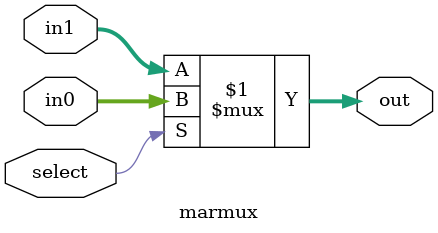
<source format=v>
/* Module: marmux();
*
*  Parameter:
*      In:      in - 16-bit input value to be selected from
*               select - 3-bit select line that sends the corresponding bit value to the output
*      Out:     out - 1-bit output value bit selected from 'in'
*
*  Description: The module outputs the variable width input number padded to 16-bits with its sign bit value.
*
*  Author: Patrick Reynolds
*/

module marmux (
in0,
in1,
select,
out
);

input [15:0] in0, in1;
input select;
output [15:0] out;

assign out = select ? in0 : in1;

endmodule
</source>
